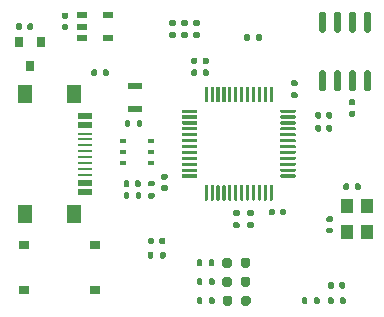
<source format=gtp>
%TF.GenerationSoftware,KiCad,Pcbnew,5.1.9*%
%TF.CreationDate,2021-02-28T20:30:44+01:00*%
%TF.ProjectId,can-usb-dongle,63616e2d-7573-4622-9d64-6f6e676c652e,rev?*%
%TF.SameCoordinates,Original*%
%TF.FileFunction,Paste,Top*%
%TF.FilePolarity,Positive*%
%FSLAX46Y46*%
G04 Gerber Fmt 4.6, Leading zero omitted, Abs format (unit mm)*
G04 Created by KiCad (PCBNEW 5.1.9) date 2021-02-28 20:30:44*
%MOMM*%
%LPD*%
G01*
G04 APERTURE LIST*
%ADD10R,1.305000X1.620000*%
%ADD11R,1.305000X0.540000*%
%ADD12R,1.305000X0.270000*%
%ADD13R,0.900000X0.675000*%
%ADD14R,1.170000X0.630000*%
%ADD15R,0.720000X0.810000*%
%ADD16R,1.080000X1.260000*%
%ADD17R,0.630000X0.459000*%
%ADD18R,0.954000X0.585000*%
G04 APERTURE END LIST*
D10*
%TO.C,J3*%
X51490000Y-44930000D03*
X51490000Y-55070000D03*
X47310000Y-44930000D03*
X47310000Y-55070000D03*
D11*
X52400000Y-46775000D03*
X52400000Y-47550000D03*
X52400000Y-53225000D03*
X52400000Y-52450000D03*
D12*
X52400000Y-48250000D03*
X52400000Y-48750000D03*
X52400000Y-49250000D03*
X52400000Y-49750000D03*
X52400000Y-50250000D03*
X52400000Y-50750000D03*
X52400000Y-51250000D03*
X52400000Y-51750000D03*
%TD*%
D13*
%TO.C,S1*%
X53200000Y-61475000D03*
X47200000Y-61475000D03*
X53200000Y-57725000D03*
X47200000Y-57725000D03*
%TD*%
%TO.C,C2*%
G36*
G01*
X57718000Y-57503000D02*
X57718000Y-57197000D01*
G75*
G02*
X57844000Y-57071000I126000J0D01*
G01*
X58096000Y-57071000D01*
G75*
G02*
X58222000Y-57197000I0J-126000D01*
G01*
X58222000Y-57503000D01*
G75*
G02*
X58096000Y-57629000I-126000J0D01*
G01*
X57844000Y-57629000D01*
G75*
G02*
X57718000Y-57503000I0J126000D01*
G01*
G37*
G36*
G01*
X58678000Y-57503000D02*
X58678000Y-57197000D01*
G75*
G02*
X58804000Y-57071000I126000J0D01*
G01*
X59056000Y-57071000D01*
G75*
G02*
X59182000Y-57197000I0J-126000D01*
G01*
X59182000Y-57503000D01*
G75*
G02*
X59056000Y-57629000I-126000J0D01*
G01*
X58804000Y-57629000D01*
G75*
G02*
X58678000Y-57503000I0J126000D01*
G01*
G37*
%TD*%
%TO.C,C10*%
G36*
G01*
X72828000Y-46853000D02*
X72828000Y-46547000D01*
G75*
G02*
X72954000Y-46421000I126000J0D01*
G01*
X73206000Y-46421000D01*
G75*
G02*
X73332000Y-46547000I0J-126000D01*
G01*
X73332000Y-46853000D01*
G75*
G02*
X73206000Y-46979000I-126000J0D01*
G01*
X72954000Y-46979000D01*
G75*
G02*
X72828000Y-46853000I0J126000D01*
G01*
G37*
G36*
G01*
X71868000Y-46853000D02*
X71868000Y-46547000D01*
G75*
G02*
X71994000Y-46421000I126000J0D01*
G01*
X72246000Y-46421000D01*
G75*
G02*
X72372000Y-46547000I0J-126000D01*
G01*
X72372000Y-46853000D01*
G75*
G02*
X72246000Y-46979000I-126000J0D01*
G01*
X71994000Y-46979000D01*
G75*
G02*
X71868000Y-46853000I0J126000D01*
G01*
G37*
%TD*%
%TO.C,R1*%
G36*
G01*
X58183000Y-58383500D02*
X58183000Y-58716500D01*
G75*
G02*
X58061500Y-58838000I-121500J0D01*
G01*
X57818500Y-58838000D01*
G75*
G02*
X57697000Y-58716500I0J121500D01*
G01*
X57697000Y-58383500D01*
G75*
G02*
X57818500Y-58262000I121500J0D01*
G01*
X58061500Y-58262000D01*
G75*
G02*
X58183000Y-58383500I0J-121500D01*
G01*
G37*
G36*
G01*
X59203000Y-58383500D02*
X59203000Y-58716500D01*
G75*
G02*
X59081500Y-58838000I-121500J0D01*
G01*
X58838500Y-58838000D01*
G75*
G02*
X58717000Y-58716500I0J121500D01*
G01*
X58717000Y-58383500D01*
G75*
G02*
X58838500Y-58262000I121500J0D01*
G01*
X59081500Y-58262000D01*
G75*
G02*
X59203000Y-58383500I0J-121500D01*
G01*
G37*
%TD*%
%TO.C,C9*%
G36*
G01*
X71868000Y-47953000D02*
X71868000Y-47647000D01*
G75*
G02*
X71994000Y-47521000I126000J0D01*
G01*
X72246000Y-47521000D01*
G75*
G02*
X72372000Y-47647000I0J-126000D01*
G01*
X72372000Y-47953000D01*
G75*
G02*
X72246000Y-48079000I-126000J0D01*
G01*
X71994000Y-48079000D01*
G75*
G02*
X71868000Y-47953000I0J126000D01*
G01*
G37*
G36*
G01*
X72828000Y-47953000D02*
X72828000Y-47647000D01*
G75*
G02*
X72954000Y-47521000I126000J0D01*
G01*
X73206000Y-47521000D01*
G75*
G02*
X73332000Y-47647000I0J-126000D01*
G01*
X73332000Y-47953000D01*
G75*
G02*
X73206000Y-48079000I-126000J0D01*
G01*
X72954000Y-48079000D01*
G75*
G02*
X72828000Y-47953000I0J126000D01*
G01*
G37*
%TD*%
D14*
%TO.C,F1*%
X56600000Y-44250000D03*
X56600000Y-46150000D03*
%TD*%
%TO.C,C1*%
G36*
G01*
X73253000Y-55752000D02*
X72947000Y-55752000D01*
G75*
G02*
X72821000Y-55626000I0J126000D01*
G01*
X72821000Y-55374000D01*
G75*
G02*
X72947000Y-55248000I126000J0D01*
G01*
X73253000Y-55248000D01*
G75*
G02*
X73379000Y-55374000I0J-126000D01*
G01*
X73379000Y-55626000D01*
G75*
G02*
X73253000Y-55752000I-126000J0D01*
G01*
G37*
G36*
G01*
X73253000Y-56712000D02*
X72947000Y-56712000D01*
G75*
G02*
X72821000Y-56586000I0J126000D01*
G01*
X72821000Y-56334000D01*
G75*
G02*
X72947000Y-56208000I126000J0D01*
G01*
X73253000Y-56208000D01*
G75*
G02*
X73379000Y-56334000I0J-126000D01*
G01*
X73379000Y-56586000D01*
G75*
G02*
X73253000Y-56712000I-126000J0D01*
G01*
G37*
%TD*%
%TO.C,C3*%
G36*
G01*
X62852000Y-41947000D02*
X62852000Y-42253000D01*
G75*
G02*
X62726000Y-42379000I-126000J0D01*
G01*
X62474000Y-42379000D01*
G75*
G02*
X62348000Y-42253000I0J126000D01*
G01*
X62348000Y-41947000D01*
G75*
G02*
X62474000Y-41821000I126000J0D01*
G01*
X62726000Y-41821000D01*
G75*
G02*
X62852000Y-41947000I0J-126000D01*
G01*
G37*
G36*
G01*
X61892000Y-41947000D02*
X61892000Y-42253000D01*
G75*
G02*
X61766000Y-42379000I-126000J0D01*
G01*
X61514000Y-42379000D01*
G75*
G02*
X61388000Y-42253000I0J126000D01*
G01*
X61388000Y-41947000D01*
G75*
G02*
X61514000Y-41821000I126000J0D01*
G01*
X61766000Y-41821000D01*
G75*
G02*
X61892000Y-41947000I0J-126000D01*
G01*
G37*
%TD*%
%TO.C,C4*%
G36*
G01*
X75732000Y-52597000D02*
X75732000Y-52903000D01*
G75*
G02*
X75606000Y-53029000I-126000J0D01*
G01*
X75354000Y-53029000D01*
G75*
G02*
X75228000Y-52903000I0J126000D01*
G01*
X75228000Y-52597000D01*
G75*
G02*
X75354000Y-52471000I126000J0D01*
G01*
X75606000Y-52471000D01*
G75*
G02*
X75732000Y-52597000I0J-126000D01*
G01*
G37*
G36*
G01*
X74772000Y-52597000D02*
X74772000Y-52903000D01*
G75*
G02*
X74646000Y-53029000I-126000J0D01*
G01*
X74394000Y-53029000D01*
G75*
G02*
X74268000Y-52903000I0J126000D01*
G01*
X74268000Y-52597000D01*
G75*
G02*
X74394000Y-52471000I126000J0D01*
G01*
X74646000Y-52471000D01*
G75*
G02*
X74772000Y-52597000I0J-126000D01*
G01*
G37*
%TD*%
%TO.C,C5*%
G36*
G01*
X61892000Y-42947000D02*
X61892000Y-43253000D01*
G75*
G02*
X61766000Y-43379000I-126000J0D01*
G01*
X61514000Y-43379000D01*
G75*
G02*
X61388000Y-43253000I0J126000D01*
G01*
X61388000Y-42947000D01*
G75*
G02*
X61514000Y-42821000I126000J0D01*
G01*
X61766000Y-42821000D01*
G75*
G02*
X61892000Y-42947000I0J-126000D01*
G01*
G37*
G36*
G01*
X62852000Y-42947000D02*
X62852000Y-43253000D01*
G75*
G02*
X62726000Y-43379000I-126000J0D01*
G01*
X62474000Y-43379000D01*
G75*
G02*
X62348000Y-43253000I0J126000D01*
G01*
X62348000Y-42947000D01*
G75*
G02*
X62474000Y-42821000I126000J0D01*
G01*
X62726000Y-42821000D01*
G75*
G02*
X62852000Y-42947000I0J-126000D01*
G01*
G37*
%TD*%
%TO.C,C6*%
G36*
G01*
X59253000Y-53112000D02*
X58947000Y-53112000D01*
G75*
G02*
X58821000Y-52986000I0J126000D01*
G01*
X58821000Y-52734000D01*
G75*
G02*
X58947000Y-52608000I126000J0D01*
G01*
X59253000Y-52608000D01*
G75*
G02*
X59379000Y-52734000I0J-126000D01*
G01*
X59379000Y-52986000D01*
G75*
G02*
X59253000Y-53112000I-126000J0D01*
G01*
G37*
G36*
G01*
X59253000Y-52152000D02*
X58947000Y-52152000D01*
G75*
G02*
X58821000Y-52026000I0J126000D01*
G01*
X58821000Y-51774000D01*
G75*
G02*
X58947000Y-51648000I126000J0D01*
G01*
X59253000Y-51648000D01*
G75*
G02*
X59379000Y-51774000I0J-126000D01*
G01*
X59379000Y-52026000D01*
G75*
G02*
X59253000Y-52152000I-126000J0D01*
G01*
G37*
%TD*%
%TO.C,C7*%
G36*
G01*
X68908000Y-55053000D02*
X68908000Y-54747000D01*
G75*
G02*
X69034000Y-54621000I126000J0D01*
G01*
X69286000Y-54621000D01*
G75*
G02*
X69412000Y-54747000I0J-126000D01*
G01*
X69412000Y-55053000D01*
G75*
G02*
X69286000Y-55179000I-126000J0D01*
G01*
X69034000Y-55179000D01*
G75*
G02*
X68908000Y-55053000I0J126000D01*
G01*
G37*
G36*
G01*
X67948000Y-55053000D02*
X67948000Y-54747000D01*
G75*
G02*
X68074000Y-54621000I126000J0D01*
G01*
X68326000Y-54621000D01*
G75*
G02*
X68452000Y-54747000I0J-126000D01*
G01*
X68452000Y-55053000D01*
G75*
G02*
X68326000Y-55179000I-126000J0D01*
G01*
X68074000Y-55179000D01*
G75*
G02*
X67948000Y-55053000I0J126000D01*
G01*
G37*
%TD*%
%TO.C,C8*%
G36*
G01*
X73472000Y-60947000D02*
X73472000Y-61253000D01*
G75*
G02*
X73346000Y-61379000I-126000J0D01*
G01*
X73094000Y-61379000D01*
G75*
G02*
X72968000Y-61253000I0J126000D01*
G01*
X72968000Y-60947000D01*
G75*
G02*
X73094000Y-60821000I126000J0D01*
G01*
X73346000Y-60821000D01*
G75*
G02*
X73472000Y-60947000I0J-126000D01*
G01*
G37*
G36*
G01*
X74432000Y-60947000D02*
X74432000Y-61253000D01*
G75*
G02*
X74306000Y-61379000I-126000J0D01*
G01*
X74054000Y-61379000D01*
G75*
G02*
X73928000Y-61253000I0J126000D01*
G01*
X73928000Y-60947000D01*
G75*
G02*
X74054000Y-60821000I126000J0D01*
G01*
X74306000Y-60821000D01*
G75*
G02*
X74432000Y-60947000I0J-126000D01*
G01*
G37*
%TD*%
%TO.C,C11*%
G36*
G01*
X53422000Y-42947000D02*
X53422000Y-43253000D01*
G75*
G02*
X53296000Y-43379000I-126000J0D01*
G01*
X53044000Y-43379000D01*
G75*
G02*
X52918000Y-43253000I0J126000D01*
G01*
X52918000Y-42947000D01*
G75*
G02*
X53044000Y-42821000I126000J0D01*
G01*
X53296000Y-42821000D01*
G75*
G02*
X53422000Y-42947000I0J-126000D01*
G01*
G37*
G36*
G01*
X54382000Y-42947000D02*
X54382000Y-43253000D01*
G75*
G02*
X54256000Y-43379000I-126000J0D01*
G01*
X54004000Y-43379000D01*
G75*
G02*
X53878000Y-43253000I0J126000D01*
G01*
X53878000Y-42947000D01*
G75*
G02*
X54004000Y-42821000I126000J0D01*
G01*
X54256000Y-42821000D01*
G75*
G02*
X54382000Y-42947000I0J-126000D01*
G01*
G37*
%TD*%
%TO.C,C12*%
G36*
G01*
X46548000Y-39353000D02*
X46548000Y-39047000D01*
G75*
G02*
X46674000Y-38921000I126000J0D01*
G01*
X46926000Y-38921000D01*
G75*
G02*
X47052000Y-39047000I0J-126000D01*
G01*
X47052000Y-39353000D01*
G75*
G02*
X46926000Y-39479000I-126000J0D01*
G01*
X46674000Y-39479000D01*
G75*
G02*
X46548000Y-39353000I0J126000D01*
G01*
G37*
G36*
G01*
X47508000Y-39353000D02*
X47508000Y-39047000D01*
G75*
G02*
X47634000Y-38921000I126000J0D01*
G01*
X47886000Y-38921000D01*
G75*
G02*
X48012000Y-39047000I0J-126000D01*
G01*
X48012000Y-39353000D01*
G75*
G02*
X47886000Y-39479000I-126000J0D01*
G01*
X47634000Y-39479000D01*
G75*
G02*
X47508000Y-39353000I0J126000D01*
G01*
G37*
%TD*%
%TO.C,C13*%
G36*
G01*
X50547000Y-38018000D02*
X50853000Y-38018000D01*
G75*
G02*
X50979000Y-38144000I0J-126000D01*
G01*
X50979000Y-38396000D01*
G75*
G02*
X50853000Y-38522000I-126000J0D01*
G01*
X50547000Y-38522000D01*
G75*
G02*
X50421000Y-38396000I0J126000D01*
G01*
X50421000Y-38144000D01*
G75*
G02*
X50547000Y-38018000I126000J0D01*
G01*
G37*
G36*
G01*
X50547000Y-38978000D02*
X50853000Y-38978000D01*
G75*
G02*
X50979000Y-39104000I0J-126000D01*
G01*
X50979000Y-39356000D01*
G75*
G02*
X50853000Y-39482000I-126000J0D01*
G01*
X50547000Y-39482000D01*
G75*
G02*
X50421000Y-39356000I0J126000D01*
G01*
X50421000Y-39104000D01*
G75*
G02*
X50547000Y-38978000I126000J0D01*
G01*
G37*
%TD*%
%TO.C,C14*%
G36*
G01*
X56608000Y-52653000D02*
X56608000Y-52347000D01*
G75*
G02*
X56734000Y-52221000I126000J0D01*
G01*
X56986000Y-52221000D01*
G75*
G02*
X57112000Y-52347000I0J-126000D01*
G01*
X57112000Y-52653000D01*
G75*
G02*
X56986000Y-52779000I-126000J0D01*
G01*
X56734000Y-52779000D01*
G75*
G02*
X56608000Y-52653000I0J126000D01*
G01*
G37*
G36*
G01*
X55648000Y-52653000D02*
X55648000Y-52347000D01*
G75*
G02*
X55774000Y-52221000I126000J0D01*
G01*
X56026000Y-52221000D01*
G75*
G02*
X56152000Y-52347000I0J-126000D01*
G01*
X56152000Y-52653000D01*
G75*
G02*
X56026000Y-52779000I-126000J0D01*
G01*
X55774000Y-52779000D01*
G75*
G02*
X55648000Y-52653000I0J126000D01*
G01*
G37*
%TD*%
%TO.C,D1*%
G36*
G01*
X66380000Y-58975000D02*
X66380000Y-59425000D01*
G75*
G02*
X66177500Y-59627500I-202500J0D01*
G01*
X65772500Y-59627500D01*
G75*
G02*
X65570000Y-59425000I0J202500D01*
G01*
X65570000Y-58975000D01*
G75*
G02*
X65772500Y-58772500I202500J0D01*
G01*
X66177500Y-58772500D01*
G75*
G02*
X66380000Y-58975000I0J-202500D01*
G01*
G37*
G36*
G01*
X64830000Y-58975000D02*
X64830000Y-59425000D01*
G75*
G02*
X64627500Y-59627500I-202500J0D01*
G01*
X64222500Y-59627500D01*
G75*
G02*
X64020000Y-59425000I0J202500D01*
G01*
X64020000Y-58975000D01*
G75*
G02*
X64222500Y-58772500I202500J0D01*
G01*
X64627500Y-58772500D01*
G75*
G02*
X64830000Y-58975000I0J-202500D01*
G01*
G37*
%TD*%
%TO.C,D2*%
G36*
G01*
X64830000Y-60575000D02*
X64830000Y-61025000D01*
G75*
G02*
X64627500Y-61227500I-202500J0D01*
G01*
X64222500Y-61227500D01*
G75*
G02*
X64020000Y-61025000I0J202500D01*
G01*
X64020000Y-60575000D01*
G75*
G02*
X64222500Y-60372500I202500J0D01*
G01*
X64627500Y-60372500D01*
G75*
G02*
X64830000Y-60575000I0J-202500D01*
G01*
G37*
G36*
G01*
X66380000Y-60575000D02*
X66380000Y-61025000D01*
G75*
G02*
X66177500Y-61227500I-202500J0D01*
G01*
X65772500Y-61227500D01*
G75*
G02*
X65570000Y-61025000I0J202500D01*
G01*
X65570000Y-60575000D01*
G75*
G02*
X65772500Y-60372500I202500J0D01*
G01*
X66177500Y-60372500D01*
G75*
G02*
X66380000Y-60575000I0J-202500D01*
G01*
G37*
%TD*%
%TO.C,D3*%
G36*
G01*
X66405000Y-62175000D02*
X66405000Y-62625000D01*
G75*
G02*
X66202500Y-62827500I-202500J0D01*
G01*
X65797500Y-62827500D01*
G75*
G02*
X65595000Y-62625000I0J202500D01*
G01*
X65595000Y-62175000D01*
G75*
G02*
X65797500Y-61972500I202500J0D01*
G01*
X66202500Y-61972500D01*
G75*
G02*
X66405000Y-62175000I0J-202500D01*
G01*
G37*
G36*
G01*
X64855000Y-62175000D02*
X64855000Y-62625000D01*
G75*
G02*
X64652500Y-62827500I-202500J0D01*
G01*
X64247500Y-62827500D01*
G75*
G02*
X64045000Y-62625000I0J202500D01*
G01*
X64045000Y-62175000D01*
G75*
G02*
X64247500Y-61972500I202500J0D01*
G01*
X64652500Y-61972500D01*
G75*
G02*
X64855000Y-62175000I0J-202500D01*
G01*
G37*
%TD*%
%TO.C,R2*%
G36*
G01*
X73433000Y-62233500D02*
X73433000Y-62566500D01*
G75*
G02*
X73311500Y-62688000I-121500J0D01*
G01*
X73068500Y-62688000D01*
G75*
G02*
X72947000Y-62566500I0J121500D01*
G01*
X72947000Y-62233500D01*
G75*
G02*
X73068500Y-62112000I121500J0D01*
G01*
X73311500Y-62112000D01*
G75*
G02*
X73433000Y-62233500I0J-121500D01*
G01*
G37*
G36*
G01*
X74453000Y-62233500D02*
X74453000Y-62566500D01*
G75*
G02*
X74331500Y-62688000I-121500J0D01*
G01*
X74088500Y-62688000D01*
G75*
G02*
X73967000Y-62566500I0J121500D01*
G01*
X73967000Y-62233500D01*
G75*
G02*
X74088500Y-62112000I121500J0D01*
G01*
X74331500Y-62112000D01*
G75*
G02*
X74453000Y-62233500I0J-121500D01*
G01*
G37*
%TD*%
%TO.C,R3*%
G36*
G01*
X72243000Y-62233500D02*
X72243000Y-62566500D01*
G75*
G02*
X72121500Y-62688000I-121500J0D01*
G01*
X71878500Y-62688000D01*
G75*
G02*
X71757000Y-62566500I0J121500D01*
G01*
X71757000Y-62233500D01*
G75*
G02*
X71878500Y-62112000I121500J0D01*
G01*
X72121500Y-62112000D01*
G75*
G02*
X72243000Y-62233500I0J-121500D01*
G01*
G37*
G36*
G01*
X71223000Y-62233500D02*
X71223000Y-62566500D01*
G75*
G02*
X71101500Y-62688000I-121500J0D01*
G01*
X70858500Y-62688000D01*
G75*
G02*
X70737000Y-62566500I0J121500D01*
G01*
X70737000Y-62233500D01*
G75*
G02*
X70858500Y-62112000I121500J0D01*
G01*
X71101500Y-62112000D01*
G75*
G02*
X71223000Y-62233500I0J-121500D01*
G01*
G37*
%TD*%
%TO.C,R4*%
G36*
G01*
X62857000Y-59366500D02*
X62857000Y-59033500D01*
G75*
G02*
X62978500Y-58912000I121500J0D01*
G01*
X63221500Y-58912000D01*
G75*
G02*
X63343000Y-59033500I0J-121500D01*
G01*
X63343000Y-59366500D01*
G75*
G02*
X63221500Y-59488000I-121500J0D01*
G01*
X62978500Y-59488000D01*
G75*
G02*
X62857000Y-59366500I0J121500D01*
G01*
G37*
G36*
G01*
X61837000Y-59366500D02*
X61837000Y-59033500D01*
G75*
G02*
X61958500Y-58912000I121500J0D01*
G01*
X62201500Y-58912000D01*
G75*
G02*
X62323000Y-59033500I0J-121500D01*
G01*
X62323000Y-59366500D01*
G75*
G02*
X62201500Y-59488000I-121500J0D01*
G01*
X61958500Y-59488000D01*
G75*
G02*
X61837000Y-59366500I0J121500D01*
G01*
G37*
%TD*%
%TO.C,R5*%
G36*
G01*
X62867000Y-60966500D02*
X62867000Y-60633500D01*
G75*
G02*
X62988500Y-60512000I121500J0D01*
G01*
X63231500Y-60512000D01*
G75*
G02*
X63353000Y-60633500I0J-121500D01*
G01*
X63353000Y-60966500D01*
G75*
G02*
X63231500Y-61088000I-121500J0D01*
G01*
X62988500Y-61088000D01*
G75*
G02*
X62867000Y-60966500I0J121500D01*
G01*
G37*
G36*
G01*
X61847000Y-60966500D02*
X61847000Y-60633500D01*
G75*
G02*
X61968500Y-60512000I121500J0D01*
G01*
X62211500Y-60512000D01*
G75*
G02*
X62333000Y-60633500I0J-121500D01*
G01*
X62333000Y-60966500D01*
G75*
G02*
X62211500Y-61088000I-121500J0D01*
G01*
X61968500Y-61088000D01*
G75*
G02*
X61847000Y-60966500I0J121500D01*
G01*
G37*
%TD*%
%TO.C,R6*%
G36*
G01*
X61847000Y-62566500D02*
X61847000Y-62233500D01*
G75*
G02*
X61968500Y-62112000I121500J0D01*
G01*
X62211500Y-62112000D01*
G75*
G02*
X62333000Y-62233500I0J-121500D01*
G01*
X62333000Y-62566500D01*
G75*
G02*
X62211500Y-62688000I-121500J0D01*
G01*
X61968500Y-62688000D01*
G75*
G02*
X61847000Y-62566500I0J121500D01*
G01*
G37*
G36*
G01*
X62867000Y-62566500D02*
X62867000Y-62233500D01*
G75*
G02*
X62988500Y-62112000I121500J0D01*
G01*
X63231500Y-62112000D01*
G75*
G02*
X63353000Y-62233500I0J-121500D01*
G01*
X63353000Y-62566500D01*
G75*
G02*
X63231500Y-62688000I-121500J0D01*
G01*
X62988500Y-62688000D01*
G75*
G02*
X62867000Y-62566500I0J121500D01*
G01*
G37*
%TD*%
%TO.C,R7*%
G36*
G01*
X67363000Y-39933500D02*
X67363000Y-40266500D01*
G75*
G02*
X67241500Y-40388000I-121500J0D01*
G01*
X66998500Y-40388000D01*
G75*
G02*
X66877000Y-40266500I0J121500D01*
G01*
X66877000Y-39933500D01*
G75*
G02*
X66998500Y-39812000I121500J0D01*
G01*
X67241500Y-39812000D01*
G75*
G02*
X67363000Y-39933500I0J-121500D01*
G01*
G37*
G36*
G01*
X66343000Y-39933500D02*
X66343000Y-40266500D01*
G75*
G02*
X66221500Y-40388000I-121500J0D01*
G01*
X65978500Y-40388000D01*
G75*
G02*
X65857000Y-40266500I0J121500D01*
G01*
X65857000Y-39933500D01*
G75*
G02*
X65978500Y-39812000I121500J0D01*
G01*
X66221500Y-39812000D01*
G75*
G02*
X66343000Y-39933500I0J-121500D01*
G01*
G37*
%TD*%
%TO.C,R8*%
G36*
G01*
X70266500Y-45253000D02*
X69933500Y-45253000D01*
G75*
G02*
X69812000Y-45131500I0J121500D01*
G01*
X69812000Y-44888500D01*
G75*
G02*
X69933500Y-44767000I121500J0D01*
G01*
X70266500Y-44767000D01*
G75*
G02*
X70388000Y-44888500I0J-121500D01*
G01*
X70388000Y-45131500D01*
G75*
G02*
X70266500Y-45253000I-121500J0D01*
G01*
G37*
G36*
G01*
X70266500Y-44233000D02*
X69933500Y-44233000D01*
G75*
G02*
X69812000Y-44111500I0J121500D01*
G01*
X69812000Y-43868500D01*
G75*
G02*
X69933500Y-43747000I121500J0D01*
G01*
X70266500Y-43747000D01*
G75*
G02*
X70388000Y-43868500I0J-121500D01*
G01*
X70388000Y-44111500D01*
G75*
G02*
X70266500Y-44233000I-121500J0D01*
G01*
G37*
%TD*%
%TO.C,R9*%
G36*
G01*
X66233500Y-55767000D02*
X66566500Y-55767000D01*
G75*
G02*
X66688000Y-55888500I0J-121500D01*
G01*
X66688000Y-56131500D01*
G75*
G02*
X66566500Y-56253000I-121500J0D01*
G01*
X66233500Y-56253000D01*
G75*
G02*
X66112000Y-56131500I0J121500D01*
G01*
X66112000Y-55888500D01*
G75*
G02*
X66233500Y-55767000I121500J0D01*
G01*
G37*
G36*
G01*
X66233500Y-54747000D02*
X66566500Y-54747000D01*
G75*
G02*
X66688000Y-54868500I0J-121500D01*
G01*
X66688000Y-55111500D01*
G75*
G02*
X66566500Y-55233000I-121500J0D01*
G01*
X66233500Y-55233000D01*
G75*
G02*
X66112000Y-55111500I0J121500D01*
G01*
X66112000Y-54868500D01*
G75*
G02*
X66233500Y-54747000I121500J0D01*
G01*
G37*
%TD*%
%TO.C,R10*%
G36*
G01*
X65033500Y-54747000D02*
X65366500Y-54747000D01*
G75*
G02*
X65488000Y-54868500I0J-121500D01*
G01*
X65488000Y-55111500D01*
G75*
G02*
X65366500Y-55233000I-121500J0D01*
G01*
X65033500Y-55233000D01*
G75*
G02*
X64912000Y-55111500I0J121500D01*
G01*
X64912000Y-54868500D01*
G75*
G02*
X65033500Y-54747000I121500J0D01*
G01*
G37*
G36*
G01*
X65033500Y-55767000D02*
X65366500Y-55767000D01*
G75*
G02*
X65488000Y-55888500I0J-121500D01*
G01*
X65488000Y-56131500D01*
G75*
G02*
X65366500Y-56253000I-121500J0D01*
G01*
X65033500Y-56253000D01*
G75*
G02*
X64912000Y-56131500I0J121500D01*
G01*
X64912000Y-55888500D01*
G75*
G02*
X65033500Y-55767000I121500J0D01*
G01*
G37*
%TD*%
%TO.C,R11*%
G36*
G01*
X57833500Y-53267000D02*
X58166500Y-53267000D01*
G75*
G02*
X58288000Y-53388500I0J-121500D01*
G01*
X58288000Y-53631500D01*
G75*
G02*
X58166500Y-53753000I-121500J0D01*
G01*
X57833500Y-53753000D01*
G75*
G02*
X57712000Y-53631500I0J121500D01*
G01*
X57712000Y-53388500D01*
G75*
G02*
X57833500Y-53267000I121500J0D01*
G01*
G37*
G36*
G01*
X57833500Y-52247000D02*
X58166500Y-52247000D01*
G75*
G02*
X58288000Y-52368500I0J-121500D01*
G01*
X58288000Y-52611500D01*
G75*
G02*
X58166500Y-52733000I-121500J0D01*
G01*
X57833500Y-52733000D01*
G75*
G02*
X57712000Y-52611500I0J121500D01*
G01*
X57712000Y-52368500D01*
G75*
G02*
X57833500Y-52247000I121500J0D01*
G01*
G37*
%TD*%
%TO.C,R12*%
G36*
G01*
X55747000Y-47566500D02*
X55747000Y-47233500D01*
G75*
G02*
X55868500Y-47112000I121500J0D01*
G01*
X56111500Y-47112000D01*
G75*
G02*
X56233000Y-47233500I0J-121500D01*
G01*
X56233000Y-47566500D01*
G75*
G02*
X56111500Y-47688000I-121500J0D01*
G01*
X55868500Y-47688000D01*
G75*
G02*
X55747000Y-47566500I0J121500D01*
G01*
G37*
G36*
G01*
X56767000Y-47566500D02*
X56767000Y-47233500D01*
G75*
G02*
X56888500Y-47112000I121500J0D01*
G01*
X57131500Y-47112000D01*
G75*
G02*
X57253000Y-47233500I0J-121500D01*
G01*
X57253000Y-47566500D01*
G75*
G02*
X57131500Y-47688000I-121500J0D01*
G01*
X56888500Y-47688000D01*
G75*
G02*
X56767000Y-47566500I0J121500D01*
G01*
G37*
%TD*%
%TO.C,R13*%
G36*
G01*
X55647000Y-53666500D02*
X55647000Y-53333500D01*
G75*
G02*
X55768500Y-53212000I121500J0D01*
G01*
X56011500Y-53212000D01*
G75*
G02*
X56133000Y-53333500I0J-121500D01*
G01*
X56133000Y-53666500D01*
G75*
G02*
X56011500Y-53788000I-121500J0D01*
G01*
X55768500Y-53788000D01*
G75*
G02*
X55647000Y-53666500I0J121500D01*
G01*
G37*
G36*
G01*
X56667000Y-53666500D02*
X56667000Y-53333500D01*
G75*
G02*
X56788500Y-53212000I121500J0D01*
G01*
X57031500Y-53212000D01*
G75*
G02*
X57153000Y-53333500I0J-121500D01*
G01*
X57153000Y-53666500D01*
G75*
G02*
X57031500Y-53788000I-121500J0D01*
G01*
X56788500Y-53788000D01*
G75*
G02*
X56667000Y-53666500I0J121500D01*
G01*
G37*
%TD*%
%TO.C,U1*%
G36*
G01*
X70226250Y-51782500D02*
X70226250Y-51917500D01*
G75*
G02*
X70158750Y-51985000I-67500J0D01*
G01*
X68966250Y-51985000D01*
G75*
G02*
X68898750Y-51917500I0J67500D01*
G01*
X68898750Y-51782500D01*
G75*
G02*
X68966250Y-51715000I67500J0D01*
G01*
X70158750Y-51715000D01*
G75*
G02*
X70226250Y-51782500I0J-67500D01*
G01*
G37*
G36*
G01*
X70226250Y-51282500D02*
X70226250Y-51417500D01*
G75*
G02*
X70158750Y-51485000I-67500J0D01*
G01*
X68966250Y-51485000D01*
G75*
G02*
X68898750Y-51417500I0J67500D01*
G01*
X68898750Y-51282500D01*
G75*
G02*
X68966250Y-51215000I67500J0D01*
G01*
X70158750Y-51215000D01*
G75*
G02*
X70226250Y-51282500I0J-67500D01*
G01*
G37*
G36*
G01*
X70226250Y-50782500D02*
X70226250Y-50917500D01*
G75*
G02*
X70158750Y-50985000I-67500J0D01*
G01*
X68966250Y-50985000D01*
G75*
G02*
X68898750Y-50917500I0J67500D01*
G01*
X68898750Y-50782500D01*
G75*
G02*
X68966250Y-50715000I67500J0D01*
G01*
X70158750Y-50715000D01*
G75*
G02*
X70226250Y-50782500I0J-67500D01*
G01*
G37*
G36*
G01*
X70226250Y-50282500D02*
X70226250Y-50417500D01*
G75*
G02*
X70158750Y-50485000I-67500J0D01*
G01*
X68966250Y-50485000D01*
G75*
G02*
X68898750Y-50417500I0J67500D01*
G01*
X68898750Y-50282500D01*
G75*
G02*
X68966250Y-50215000I67500J0D01*
G01*
X70158750Y-50215000D01*
G75*
G02*
X70226250Y-50282500I0J-67500D01*
G01*
G37*
G36*
G01*
X70226250Y-49782500D02*
X70226250Y-49917500D01*
G75*
G02*
X70158750Y-49985000I-67500J0D01*
G01*
X68966250Y-49985000D01*
G75*
G02*
X68898750Y-49917500I0J67500D01*
G01*
X68898750Y-49782500D01*
G75*
G02*
X68966250Y-49715000I67500J0D01*
G01*
X70158750Y-49715000D01*
G75*
G02*
X70226250Y-49782500I0J-67500D01*
G01*
G37*
G36*
G01*
X70226250Y-49282500D02*
X70226250Y-49417500D01*
G75*
G02*
X70158750Y-49485000I-67500J0D01*
G01*
X68966250Y-49485000D01*
G75*
G02*
X68898750Y-49417500I0J67500D01*
G01*
X68898750Y-49282500D01*
G75*
G02*
X68966250Y-49215000I67500J0D01*
G01*
X70158750Y-49215000D01*
G75*
G02*
X70226250Y-49282500I0J-67500D01*
G01*
G37*
G36*
G01*
X70226250Y-48782500D02*
X70226250Y-48917500D01*
G75*
G02*
X70158750Y-48985000I-67500J0D01*
G01*
X68966250Y-48985000D01*
G75*
G02*
X68898750Y-48917500I0J67500D01*
G01*
X68898750Y-48782500D01*
G75*
G02*
X68966250Y-48715000I67500J0D01*
G01*
X70158750Y-48715000D01*
G75*
G02*
X70226250Y-48782500I0J-67500D01*
G01*
G37*
G36*
G01*
X70226250Y-48282500D02*
X70226250Y-48417500D01*
G75*
G02*
X70158750Y-48485000I-67500J0D01*
G01*
X68966250Y-48485000D01*
G75*
G02*
X68898750Y-48417500I0J67500D01*
G01*
X68898750Y-48282500D01*
G75*
G02*
X68966250Y-48215000I67500J0D01*
G01*
X70158750Y-48215000D01*
G75*
G02*
X70226250Y-48282500I0J-67500D01*
G01*
G37*
G36*
G01*
X70226250Y-47782500D02*
X70226250Y-47917500D01*
G75*
G02*
X70158750Y-47985000I-67500J0D01*
G01*
X68966250Y-47985000D01*
G75*
G02*
X68898750Y-47917500I0J67500D01*
G01*
X68898750Y-47782500D01*
G75*
G02*
X68966250Y-47715000I67500J0D01*
G01*
X70158750Y-47715000D01*
G75*
G02*
X70226250Y-47782500I0J-67500D01*
G01*
G37*
G36*
G01*
X70226250Y-47282500D02*
X70226250Y-47417500D01*
G75*
G02*
X70158750Y-47485000I-67500J0D01*
G01*
X68966250Y-47485000D01*
G75*
G02*
X68898750Y-47417500I0J67500D01*
G01*
X68898750Y-47282500D01*
G75*
G02*
X68966250Y-47215000I67500J0D01*
G01*
X70158750Y-47215000D01*
G75*
G02*
X70226250Y-47282500I0J-67500D01*
G01*
G37*
G36*
G01*
X70226250Y-46782500D02*
X70226250Y-46917500D01*
G75*
G02*
X70158750Y-46985000I-67500J0D01*
G01*
X68966250Y-46985000D01*
G75*
G02*
X68898750Y-46917500I0J67500D01*
G01*
X68898750Y-46782500D01*
G75*
G02*
X68966250Y-46715000I67500J0D01*
G01*
X70158750Y-46715000D01*
G75*
G02*
X70226250Y-46782500I0J-67500D01*
G01*
G37*
G36*
G01*
X70226250Y-46282500D02*
X70226250Y-46417500D01*
G75*
G02*
X70158750Y-46485000I-67500J0D01*
G01*
X68966250Y-46485000D01*
G75*
G02*
X68898750Y-46417500I0J67500D01*
G01*
X68898750Y-46282500D01*
G75*
G02*
X68966250Y-46215000I67500J0D01*
G01*
X70158750Y-46215000D01*
G75*
G02*
X70226250Y-46282500I0J-67500D01*
G01*
G37*
G36*
G01*
X68285000Y-44341250D02*
X68285000Y-45533750D01*
G75*
G02*
X68217500Y-45601250I-67500J0D01*
G01*
X68082500Y-45601250D01*
G75*
G02*
X68015000Y-45533750I0J67500D01*
G01*
X68015000Y-44341250D01*
G75*
G02*
X68082500Y-44273750I67500J0D01*
G01*
X68217500Y-44273750D01*
G75*
G02*
X68285000Y-44341250I0J-67500D01*
G01*
G37*
G36*
G01*
X67785000Y-44341250D02*
X67785000Y-45533750D01*
G75*
G02*
X67717500Y-45601250I-67500J0D01*
G01*
X67582500Y-45601250D01*
G75*
G02*
X67515000Y-45533750I0J67500D01*
G01*
X67515000Y-44341250D01*
G75*
G02*
X67582500Y-44273750I67500J0D01*
G01*
X67717500Y-44273750D01*
G75*
G02*
X67785000Y-44341250I0J-67500D01*
G01*
G37*
G36*
G01*
X67285000Y-44341250D02*
X67285000Y-45533750D01*
G75*
G02*
X67217500Y-45601250I-67500J0D01*
G01*
X67082500Y-45601250D01*
G75*
G02*
X67015000Y-45533750I0J67500D01*
G01*
X67015000Y-44341250D01*
G75*
G02*
X67082500Y-44273750I67500J0D01*
G01*
X67217500Y-44273750D01*
G75*
G02*
X67285000Y-44341250I0J-67500D01*
G01*
G37*
G36*
G01*
X66785000Y-44341250D02*
X66785000Y-45533750D01*
G75*
G02*
X66717500Y-45601250I-67500J0D01*
G01*
X66582500Y-45601250D01*
G75*
G02*
X66515000Y-45533750I0J67500D01*
G01*
X66515000Y-44341250D01*
G75*
G02*
X66582500Y-44273750I67500J0D01*
G01*
X66717500Y-44273750D01*
G75*
G02*
X66785000Y-44341250I0J-67500D01*
G01*
G37*
G36*
G01*
X66285000Y-44341250D02*
X66285000Y-45533750D01*
G75*
G02*
X66217500Y-45601250I-67500J0D01*
G01*
X66082500Y-45601250D01*
G75*
G02*
X66015000Y-45533750I0J67500D01*
G01*
X66015000Y-44341250D01*
G75*
G02*
X66082500Y-44273750I67500J0D01*
G01*
X66217500Y-44273750D01*
G75*
G02*
X66285000Y-44341250I0J-67500D01*
G01*
G37*
G36*
G01*
X65785000Y-44341250D02*
X65785000Y-45533750D01*
G75*
G02*
X65717500Y-45601250I-67500J0D01*
G01*
X65582500Y-45601250D01*
G75*
G02*
X65515000Y-45533750I0J67500D01*
G01*
X65515000Y-44341250D01*
G75*
G02*
X65582500Y-44273750I67500J0D01*
G01*
X65717500Y-44273750D01*
G75*
G02*
X65785000Y-44341250I0J-67500D01*
G01*
G37*
G36*
G01*
X65285000Y-44341250D02*
X65285000Y-45533750D01*
G75*
G02*
X65217500Y-45601250I-67500J0D01*
G01*
X65082500Y-45601250D01*
G75*
G02*
X65015000Y-45533750I0J67500D01*
G01*
X65015000Y-44341250D01*
G75*
G02*
X65082500Y-44273750I67500J0D01*
G01*
X65217500Y-44273750D01*
G75*
G02*
X65285000Y-44341250I0J-67500D01*
G01*
G37*
G36*
G01*
X64785000Y-44341250D02*
X64785000Y-45533750D01*
G75*
G02*
X64717500Y-45601250I-67500J0D01*
G01*
X64582500Y-45601250D01*
G75*
G02*
X64515000Y-45533750I0J67500D01*
G01*
X64515000Y-44341250D01*
G75*
G02*
X64582500Y-44273750I67500J0D01*
G01*
X64717500Y-44273750D01*
G75*
G02*
X64785000Y-44341250I0J-67500D01*
G01*
G37*
G36*
G01*
X64285000Y-44341250D02*
X64285000Y-45533750D01*
G75*
G02*
X64217500Y-45601250I-67500J0D01*
G01*
X64082500Y-45601250D01*
G75*
G02*
X64015000Y-45533750I0J67500D01*
G01*
X64015000Y-44341250D01*
G75*
G02*
X64082500Y-44273750I67500J0D01*
G01*
X64217500Y-44273750D01*
G75*
G02*
X64285000Y-44341250I0J-67500D01*
G01*
G37*
G36*
G01*
X63785000Y-44341250D02*
X63785000Y-45533750D01*
G75*
G02*
X63717500Y-45601250I-67500J0D01*
G01*
X63582500Y-45601250D01*
G75*
G02*
X63515000Y-45533750I0J67500D01*
G01*
X63515000Y-44341250D01*
G75*
G02*
X63582500Y-44273750I67500J0D01*
G01*
X63717500Y-44273750D01*
G75*
G02*
X63785000Y-44341250I0J-67500D01*
G01*
G37*
G36*
G01*
X63285000Y-44341250D02*
X63285000Y-45533750D01*
G75*
G02*
X63217500Y-45601250I-67500J0D01*
G01*
X63082500Y-45601250D01*
G75*
G02*
X63015000Y-45533750I0J67500D01*
G01*
X63015000Y-44341250D01*
G75*
G02*
X63082500Y-44273750I67500J0D01*
G01*
X63217500Y-44273750D01*
G75*
G02*
X63285000Y-44341250I0J-67500D01*
G01*
G37*
G36*
G01*
X62785000Y-44341250D02*
X62785000Y-45533750D01*
G75*
G02*
X62717500Y-45601250I-67500J0D01*
G01*
X62582500Y-45601250D01*
G75*
G02*
X62515000Y-45533750I0J67500D01*
G01*
X62515000Y-44341250D01*
G75*
G02*
X62582500Y-44273750I67500J0D01*
G01*
X62717500Y-44273750D01*
G75*
G02*
X62785000Y-44341250I0J-67500D01*
G01*
G37*
G36*
G01*
X61901250Y-46282500D02*
X61901250Y-46417500D01*
G75*
G02*
X61833750Y-46485000I-67500J0D01*
G01*
X60641250Y-46485000D01*
G75*
G02*
X60573750Y-46417500I0J67500D01*
G01*
X60573750Y-46282500D01*
G75*
G02*
X60641250Y-46215000I67500J0D01*
G01*
X61833750Y-46215000D01*
G75*
G02*
X61901250Y-46282500I0J-67500D01*
G01*
G37*
G36*
G01*
X61901250Y-46782500D02*
X61901250Y-46917500D01*
G75*
G02*
X61833750Y-46985000I-67500J0D01*
G01*
X60641250Y-46985000D01*
G75*
G02*
X60573750Y-46917500I0J67500D01*
G01*
X60573750Y-46782500D01*
G75*
G02*
X60641250Y-46715000I67500J0D01*
G01*
X61833750Y-46715000D01*
G75*
G02*
X61901250Y-46782500I0J-67500D01*
G01*
G37*
G36*
G01*
X61901250Y-47282500D02*
X61901250Y-47417500D01*
G75*
G02*
X61833750Y-47485000I-67500J0D01*
G01*
X60641250Y-47485000D01*
G75*
G02*
X60573750Y-47417500I0J67500D01*
G01*
X60573750Y-47282500D01*
G75*
G02*
X60641250Y-47215000I67500J0D01*
G01*
X61833750Y-47215000D01*
G75*
G02*
X61901250Y-47282500I0J-67500D01*
G01*
G37*
G36*
G01*
X61901250Y-47782500D02*
X61901250Y-47917500D01*
G75*
G02*
X61833750Y-47985000I-67500J0D01*
G01*
X60641250Y-47985000D01*
G75*
G02*
X60573750Y-47917500I0J67500D01*
G01*
X60573750Y-47782500D01*
G75*
G02*
X60641250Y-47715000I67500J0D01*
G01*
X61833750Y-47715000D01*
G75*
G02*
X61901250Y-47782500I0J-67500D01*
G01*
G37*
G36*
G01*
X61901250Y-48282500D02*
X61901250Y-48417500D01*
G75*
G02*
X61833750Y-48485000I-67500J0D01*
G01*
X60641250Y-48485000D01*
G75*
G02*
X60573750Y-48417500I0J67500D01*
G01*
X60573750Y-48282500D01*
G75*
G02*
X60641250Y-48215000I67500J0D01*
G01*
X61833750Y-48215000D01*
G75*
G02*
X61901250Y-48282500I0J-67500D01*
G01*
G37*
G36*
G01*
X61901250Y-48782500D02*
X61901250Y-48917500D01*
G75*
G02*
X61833750Y-48985000I-67500J0D01*
G01*
X60641250Y-48985000D01*
G75*
G02*
X60573750Y-48917500I0J67500D01*
G01*
X60573750Y-48782500D01*
G75*
G02*
X60641250Y-48715000I67500J0D01*
G01*
X61833750Y-48715000D01*
G75*
G02*
X61901250Y-48782500I0J-67500D01*
G01*
G37*
G36*
G01*
X61901250Y-49282500D02*
X61901250Y-49417500D01*
G75*
G02*
X61833750Y-49485000I-67500J0D01*
G01*
X60641250Y-49485000D01*
G75*
G02*
X60573750Y-49417500I0J67500D01*
G01*
X60573750Y-49282500D01*
G75*
G02*
X60641250Y-49215000I67500J0D01*
G01*
X61833750Y-49215000D01*
G75*
G02*
X61901250Y-49282500I0J-67500D01*
G01*
G37*
G36*
G01*
X61901250Y-49782500D02*
X61901250Y-49917500D01*
G75*
G02*
X61833750Y-49985000I-67500J0D01*
G01*
X60641250Y-49985000D01*
G75*
G02*
X60573750Y-49917500I0J67500D01*
G01*
X60573750Y-49782500D01*
G75*
G02*
X60641250Y-49715000I67500J0D01*
G01*
X61833750Y-49715000D01*
G75*
G02*
X61901250Y-49782500I0J-67500D01*
G01*
G37*
G36*
G01*
X61901250Y-50282500D02*
X61901250Y-50417500D01*
G75*
G02*
X61833750Y-50485000I-67500J0D01*
G01*
X60641250Y-50485000D01*
G75*
G02*
X60573750Y-50417500I0J67500D01*
G01*
X60573750Y-50282500D01*
G75*
G02*
X60641250Y-50215000I67500J0D01*
G01*
X61833750Y-50215000D01*
G75*
G02*
X61901250Y-50282500I0J-67500D01*
G01*
G37*
G36*
G01*
X61901250Y-50782500D02*
X61901250Y-50917500D01*
G75*
G02*
X61833750Y-50985000I-67500J0D01*
G01*
X60641250Y-50985000D01*
G75*
G02*
X60573750Y-50917500I0J67500D01*
G01*
X60573750Y-50782500D01*
G75*
G02*
X60641250Y-50715000I67500J0D01*
G01*
X61833750Y-50715000D01*
G75*
G02*
X61901250Y-50782500I0J-67500D01*
G01*
G37*
G36*
G01*
X61901250Y-51282500D02*
X61901250Y-51417500D01*
G75*
G02*
X61833750Y-51485000I-67500J0D01*
G01*
X60641250Y-51485000D01*
G75*
G02*
X60573750Y-51417500I0J67500D01*
G01*
X60573750Y-51282500D01*
G75*
G02*
X60641250Y-51215000I67500J0D01*
G01*
X61833750Y-51215000D01*
G75*
G02*
X61901250Y-51282500I0J-67500D01*
G01*
G37*
G36*
G01*
X61901250Y-51782500D02*
X61901250Y-51917500D01*
G75*
G02*
X61833750Y-51985000I-67500J0D01*
G01*
X60641250Y-51985000D01*
G75*
G02*
X60573750Y-51917500I0J67500D01*
G01*
X60573750Y-51782500D01*
G75*
G02*
X60641250Y-51715000I67500J0D01*
G01*
X61833750Y-51715000D01*
G75*
G02*
X61901250Y-51782500I0J-67500D01*
G01*
G37*
G36*
G01*
X62785000Y-52666250D02*
X62785000Y-53858750D01*
G75*
G02*
X62717500Y-53926250I-67500J0D01*
G01*
X62582500Y-53926250D01*
G75*
G02*
X62515000Y-53858750I0J67500D01*
G01*
X62515000Y-52666250D01*
G75*
G02*
X62582500Y-52598750I67500J0D01*
G01*
X62717500Y-52598750D01*
G75*
G02*
X62785000Y-52666250I0J-67500D01*
G01*
G37*
G36*
G01*
X63285000Y-52666250D02*
X63285000Y-53858750D01*
G75*
G02*
X63217500Y-53926250I-67500J0D01*
G01*
X63082500Y-53926250D01*
G75*
G02*
X63015000Y-53858750I0J67500D01*
G01*
X63015000Y-52666250D01*
G75*
G02*
X63082500Y-52598750I67500J0D01*
G01*
X63217500Y-52598750D01*
G75*
G02*
X63285000Y-52666250I0J-67500D01*
G01*
G37*
G36*
G01*
X63785000Y-52666250D02*
X63785000Y-53858750D01*
G75*
G02*
X63717500Y-53926250I-67500J0D01*
G01*
X63582500Y-53926250D01*
G75*
G02*
X63515000Y-53858750I0J67500D01*
G01*
X63515000Y-52666250D01*
G75*
G02*
X63582500Y-52598750I67500J0D01*
G01*
X63717500Y-52598750D01*
G75*
G02*
X63785000Y-52666250I0J-67500D01*
G01*
G37*
G36*
G01*
X64285000Y-52666250D02*
X64285000Y-53858750D01*
G75*
G02*
X64217500Y-53926250I-67500J0D01*
G01*
X64082500Y-53926250D01*
G75*
G02*
X64015000Y-53858750I0J67500D01*
G01*
X64015000Y-52666250D01*
G75*
G02*
X64082500Y-52598750I67500J0D01*
G01*
X64217500Y-52598750D01*
G75*
G02*
X64285000Y-52666250I0J-67500D01*
G01*
G37*
G36*
G01*
X64785000Y-52666250D02*
X64785000Y-53858750D01*
G75*
G02*
X64717500Y-53926250I-67500J0D01*
G01*
X64582500Y-53926250D01*
G75*
G02*
X64515000Y-53858750I0J67500D01*
G01*
X64515000Y-52666250D01*
G75*
G02*
X64582500Y-52598750I67500J0D01*
G01*
X64717500Y-52598750D01*
G75*
G02*
X64785000Y-52666250I0J-67500D01*
G01*
G37*
G36*
G01*
X65285000Y-52666250D02*
X65285000Y-53858750D01*
G75*
G02*
X65217500Y-53926250I-67500J0D01*
G01*
X65082500Y-53926250D01*
G75*
G02*
X65015000Y-53858750I0J67500D01*
G01*
X65015000Y-52666250D01*
G75*
G02*
X65082500Y-52598750I67500J0D01*
G01*
X65217500Y-52598750D01*
G75*
G02*
X65285000Y-52666250I0J-67500D01*
G01*
G37*
G36*
G01*
X65785000Y-52666250D02*
X65785000Y-53858750D01*
G75*
G02*
X65717500Y-53926250I-67500J0D01*
G01*
X65582500Y-53926250D01*
G75*
G02*
X65515000Y-53858750I0J67500D01*
G01*
X65515000Y-52666250D01*
G75*
G02*
X65582500Y-52598750I67500J0D01*
G01*
X65717500Y-52598750D01*
G75*
G02*
X65785000Y-52666250I0J-67500D01*
G01*
G37*
G36*
G01*
X66285000Y-52666250D02*
X66285000Y-53858750D01*
G75*
G02*
X66217500Y-53926250I-67500J0D01*
G01*
X66082500Y-53926250D01*
G75*
G02*
X66015000Y-53858750I0J67500D01*
G01*
X66015000Y-52666250D01*
G75*
G02*
X66082500Y-52598750I67500J0D01*
G01*
X66217500Y-52598750D01*
G75*
G02*
X66285000Y-52666250I0J-67500D01*
G01*
G37*
G36*
G01*
X66785000Y-52666250D02*
X66785000Y-53858750D01*
G75*
G02*
X66717500Y-53926250I-67500J0D01*
G01*
X66582500Y-53926250D01*
G75*
G02*
X66515000Y-53858750I0J67500D01*
G01*
X66515000Y-52666250D01*
G75*
G02*
X66582500Y-52598750I67500J0D01*
G01*
X66717500Y-52598750D01*
G75*
G02*
X66785000Y-52666250I0J-67500D01*
G01*
G37*
G36*
G01*
X67285000Y-52666250D02*
X67285000Y-53858750D01*
G75*
G02*
X67217500Y-53926250I-67500J0D01*
G01*
X67082500Y-53926250D01*
G75*
G02*
X67015000Y-53858750I0J67500D01*
G01*
X67015000Y-52666250D01*
G75*
G02*
X67082500Y-52598750I67500J0D01*
G01*
X67217500Y-52598750D01*
G75*
G02*
X67285000Y-52666250I0J-67500D01*
G01*
G37*
G36*
G01*
X67785000Y-52666250D02*
X67785000Y-53858750D01*
G75*
G02*
X67717500Y-53926250I-67500J0D01*
G01*
X67582500Y-53926250D01*
G75*
G02*
X67515000Y-53858750I0J67500D01*
G01*
X67515000Y-52666250D01*
G75*
G02*
X67582500Y-52598750I67500J0D01*
G01*
X67717500Y-52598750D01*
G75*
G02*
X67785000Y-52666250I0J-67500D01*
G01*
G37*
G36*
G01*
X68285000Y-52666250D02*
X68285000Y-53858750D01*
G75*
G02*
X68217500Y-53926250I-67500J0D01*
G01*
X68082500Y-53926250D01*
G75*
G02*
X68015000Y-53858750I0J67500D01*
G01*
X68015000Y-52666250D01*
G75*
G02*
X68082500Y-52598750I67500J0D01*
G01*
X68217500Y-52598750D01*
G75*
G02*
X68285000Y-52666250I0J-67500D01*
G01*
G37*
%TD*%
D15*
%TO.C,U2*%
X48700000Y-40500000D03*
X46800000Y-40500000D03*
X47750000Y-42500000D03*
%TD*%
%TO.C,U5*%
G36*
G01*
X72630000Y-44652500D02*
X72360000Y-44652500D01*
G75*
G02*
X72225000Y-44517500I0J135000D01*
G01*
X72225000Y-43032500D01*
G75*
G02*
X72360000Y-42897500I135000J0D01*
G01*
X72630000Y-42897500D01*
G75*
G02*
X72765000Y-43032500I0J-135000D01*
G01*
X72765000Y-44517500D01*
G75*
G02*
X72630000Y-44652500I-135000J0D01*
G01*
G37*
G36*
G01*
X73900000Y-44652500D02*
X73630000Y-44652500D01*
G75*
G02*
X73495000Y-44517500I0J135000D01*
G01*
X73495000Y-43032500D01*
G75*
G02*
X73630000Y-42897500I135000J0D01*
G01*
X73900000Y-42897500D01*
G75*
G02*
X74035000Y-43032500I0J-135000D01*
G01*
X74035000Y-44517500D01*
G75*
G02*
X73900000Y-44652500I-135000J0D01*
G01*
G37*
G36*
G01*
X75170000Y-44652500D02*
X74900000Y-44652500D01*
G75*
G02*
X74765000Y-44517500I0J135000D01*
G01*
X74765000Y-43032500D01*
G75*
G02*
X74900000Y-42897500I135000J0D01*
G01*
X75170000Y-42897500D01*
G75*
G02*
X75305000Y-43032500I0J-135000D01*
G01*
X75305000Y-44517500D01*
G75*
G02*
X75170000Y-44652500I-135000J0D01*
G01*
G37*
G36*
G01*
X76440000Y-44652500D02*
X76170000Y-44652500D01*
G75*
G02*
X76035000Y-44517500I0J135000D01*
G01*
X76035000Y-43032500D01*
G75*
G02*
X76170000Y-42897500I135000J0D01*
G01*
X76440000Y-42897500D01*
G75*
G02*
X76575000Y-43032500I0J-135000D01*
G01*
X76575000Y-44517500D01*
G75*
G02*
X76440000Y-44652500I-135000J0D01*
G01*
G37*
G36*
G01*
X76440000Y-39702500D02*
X76170000Y-39702500D01*
G75*
G02*
X76035000Y-39567500I0J135000D01*
G01*
X76035000Y-38082500D01*
G75*
G02*
X76170000Y-37947500I135000J0D01*
G01*
X76440000Y-37947500D01*
G75*
G02*
X76575000Y-38082500I0J-135000D01*
G01*
X76575000Y-39567500D01*
G75*
G02*
X76440000Y-39702500I-135000J0D01*
G01*
G37*
G36*
G01*
X75170000Y-39702500D02*
X74900000Y-39702500D01*
G75*
G02*
X74765000Y-39567500I0J135000D01*
G01*
X74765000Y-38082500D01*
G75*
G02*
X74900000Y-37947500I135000J0D01*
G01*
X75170000Y-37947500D01*
G75*
G02*
X75305000Y-38082500I0J-135000D01*
G01*
X75305000Y-39567500D01*
G75*
G02*
X75170000Y-39702500I-135000J0D01*
G01*
G37*
G36*
G01*
X73900000Y-39702500D02*
X73630000Y-39702500D01*
G75*
G02*
X73495000Y-39567500I0J135000D01*
G01*
X73495000Y-38082500D01*
G75*
G02*
X73630000Y-37947500I135000J0D01*
G01*
X73900000Y-37947500D01*
G75*
G02*
X74035000Y-38082500I0J-135000D01*
G01*
X74035000Y-39567500D01*
G75*
G02*
X73900000Y-39702500I-135000J0D01*
G01*
G37*
G36*
G01*
X72630000Y-39702500D02*
X72360000Y-39702500D01*
G75*
G02*
X72225000Y-39567500I0J135000D01*
G01*
X72225000Y-38082500D01*
G75*
G02*
X72360000Y-37947500I135000J0D01*
G01*
X72630000Y-37947500D01*
G75*
G02*
X72765000Y-38082500I0J-135000D01*
G01*
X72765000Y-39567500D01*
G75*
G02*
X72630000Y-39702500I-135000J0D01*
G01*
G37*
%TD*%
D16*
%TO.C,X1*%
X76250000Y-56550000D03*
X76250000Y-54350000D03*
X74550000Y-54350000D03*
X74550000Y-56550000D03*
%TD*%
%TO.C,C15*%
G36*
G01*
X74847000Y-45368000D02*
X75153000Y-45368000D01*
G75*
G02*
X75279000Y-45494000I0J-126000D01*
G01*
X75279000Y-45746000D01*
G75*
G02*
X75153000Y-45872000I-126000J0D01*
G01*
X74847000Y-45872000D01*
G75*
G02*
X74721000Y-45746000I0J126000D01*
G01*
X74721000Y-45494000D01*
G75*
G02*
X74847000Y-45368000I126000J0D01*
G01*
G37*
G36*
G01*
X74847000Y-46328000D02*
X75153000Y-46328000D01*
G75*
G02*
X75279000Y-46454000I0J-126000D01*
G01*
X75279000Y-46706000D01*
G75*
G02*
X75153000Y-46832000I-126000J0D01*
G01*
X74847000Y-46832000D01*
G75*
G02*
X74721000Y-46706000I0J126000D01*
G01*
X74721000Y-46454000D01*
G75*
G02*
X74847000Y-46328000I126000J0D01*
G01*
G37*
%TD*%
D17*
%TO.C,U4*%
X57960000Y-50750000D03*
X57960000Y-49800000D03*
X57960000Y-48850000D03*
X55640000Y-48850000D03*
X55640000Y-49800000D03*
X55640000Y-50750000D03*
%TD*%
%TO.C,R14*%
G36*
G01*
X61966500Y-40153000D02*
X61633500Y-40153000D01*
G75*
G02*
X61512000Y-40031500I0J121500D01*
G01*
X61512000Y-39788500D01*
G75*
G02*
X61633500Y-39667000I121500J0D01*
G01*
X61966500Y-39667000D01*
G75*
G02*
X62088000Y-39788500I0J-121500D01*
G01*
X62088000Y-40031500D01*
G75*
G02*
X61966500Y-40153000I-121500J0D01*
G01*
G37*
G36*
G01*
X61966500Y-39133000D02*
X61633500Y-39133000D01*
G75*
G02*
X61512000Y-39011500I0J121500D01*
G01*
X61512000Y-38768500D01*
G75*
G02*
X61633500Y-38647000I121500J0D01*
G01*
X61966500Y-38647000D01*
G75*
G02*
X62088000Y-38768500I0J-121500D01*
G01*
X62088000Y-39011500D01*
G75*
G02*
X61966500Y-39133000I-121500J0D01*
G01*
G37*
%TD*%
%TO.C,R15*%
G36*
G01*
X60966500Y-39133000D02*
X60633500Y-39133000D01*
G75*
G02*
X60512000Y-39011500I0J121500D01*
G01*
X60512000Y-38768500D01*
G75*
G02*
X60633500Y-38647000I121500J0D01*
G01*
X60966500Y-38647000D01*
G75*
G02*
X61088000Y-38768500I0J-121500D01*
G01*
X61088000Y-39011500D01*
G75*
G02*
X60966500Y-39133000I-121500J0D01*
G01*
G37*
G36*
G01*
X60966500Y-40153000D02*
X60633500Y-40153000D01*
G75*
G02*
X60512000Y-40031500I0J121500D01*
G01*
X60512000Y-39788500D01*
G75*
G02*
X60633500Y-39667000I121500J0D01*
G01*
X60966500Y-39667000D01*
G75*
G02*
X61088000Y-39788500I0J-121500D01*
G01*
X61088000Y-40031500D01*
G75*
G02*
X60966500Y-40153000I-121500J0D01*
G01*
G37*
%TD*%
%TO.C,R16*%
G36*
G01*
X59966500Y-40153000D02*
X59633500Y-40153000D01*
G75*
G02*
X59512000Y-40031500I0J121500D01*
G01*
X59512000Y-39788500D01*
G75*
G02*
X59633500Y-39667000I121500J0D01*
G01*
X59966500Y-39667000D01*
G75*
G02*
X60088000Y-39788500I0J-121500D01*
G01*
X60088000Y-40031500D01*
G75*
G02*
X59966500Y-40153000I-121500J0D01*
G01*
G37*
G36*
G01*
X59966500Y-39133000D02*
X59633500Y-39133000D01*
G75*
G02*
X59512000Y-39011500I0J121500D01*
G01*
X59512000Y-38768500D01*
G75*
G02*
X59633500Y-38647000I121500J0D01*
G01*
X59966500Y-38647000D01*
G75*
G02*
X60088000Y-38768500I0J-121500D01*
G01*
X60088000Y-39011500D01*
G75*
G02*
X59966500Y-39133000I-121500J0D01*
G01*
G37*
%TD*%
D18*
%TO.C,U3*%
X52150000Y-38250000D03*
X52150000Y-39200000D03*
X52150000Y-40150000D03*
X54350000Y-40150000D03*
X54350000Y-38250000D03*
%TD*%
M02*

</source>
